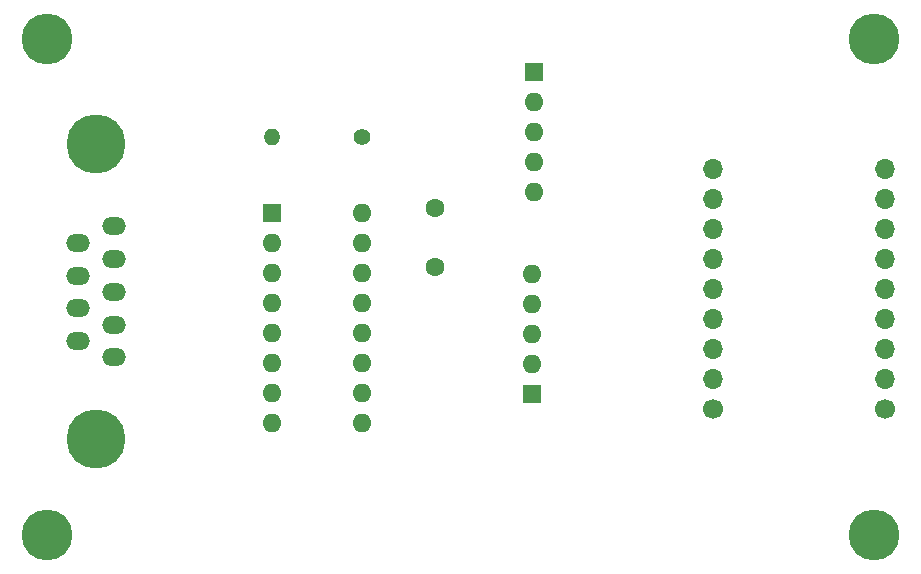
<source format=gts>
%TF.GenerationSoftware,KiCad,Pcbnew,5.1.9-73d0e3b20d~88~ubuntu20.10.1*%
%TF.CreationDate,2021-04-22T08:32:01+02:00*%
%TF.ProjectId,megadrivearcadestick,6d656761-6472-4697-9665-617263616465,v0.1*%
%TF.SameCoordinates,Original*%
%TF.FileFunction,Soldermask,Top*%
%TF.FilePolarity,Negative*%
%FSLAX46Y46*%
G04 Gerber Fmt 4.6, Leading zero omitted, Abs format (unit mm)*
G04 Created by KiCad (PCBNEW 5.1.9-73d0e3b20d~88~ubuntu20.10.1) date 2021-04-22 08:32:01*
%MOMM*%
%LPD*%
G01*
G04 APERTURE LIST*
%ADD10C,4.300000*%
%ADD11R,1.600000X1.600000*%
%ADD12O,1.600000X1.600000*%
%ADD13C,1.600000*%
%ADD14C,1.700000*%
%ADD15O,1.700000X1.700000*%
%ADD16C,5.001260*%
%ADD17O,1.998980X1.501140*%
%ADD18C,1.400000*%
%ADD19O,1.400000X1.400000*%
G04 APERTURE END LIST*
D10*
%TO.C,REF\u002A\u002A*%
X105000000Y-69000000D03*
%TD*%
%TO.C,REF\u002A\u002A*%
X175000000Y-69000000D03*
%TD*%
%TO.C,REF\u002A\u002A*%
X105000000Y-111000000D03*
%TD*%
%TO.C,REF\u002A\u002A*%
X175000000Y-111000000D03*
%TD*%
D11*
%TO.C,U1*%
X124028200Y-83718400D03*
D12*
X131648200Y-101498400D03*
X124028200Y-86258400D03*
X131648200Y-98958400D03*
X124028200Y-88798400D03*
X131648200Y-96418400D03*
X124028200Y-91338400D03*
X131648200Y-93878400D03*
X124028200Y-93878400D03*
X131648200Y-91338400D03*
X124028200Y-96418400D03*
X131648200Y-88798400D03*
X124028200Y-98958400D03*
X131648200Y-86258400D03*
X124028200Y-101498400D03*
X131648200Y-83718400D03*
%TD*%
D13*
%TO.C,C1*%
X137820400Y-83286600D03*
X137820400Y-88286600D03*
%TD*%
D14*
%TO.C,J1*%
X175951400Y-100304600D03*
D15*
X175951400Y-97764600D03*
X175951400Y-95224600D03*
X175951400Y-92684600D03*
X175951400Y-90144600D03*
X175951400Y-87604600D03*
X175951400Y-85064600D03*
X175951400Y-82524600D03*
X175951400Y-79984600D03*
%TD*%
%TO.C,J2*%
X161340800Y-79984600D03*
X161340800Y-82524600D03*
X161340800Y-85064600D03*
X161340800Y-87604600D03*
X161340800Y-90144600D03*
X161340800Y-92684600D03*
X161340800Y-95224600D03*
X161340800Y-97764600D03*
D14*
X161340800Y-100304600D03*
%TD*%
D11*
%TO.C,RN1*%
X145999200Y-99034600D03*
D12*
X145999200Y-96494600D03*
X145999200Y-93954600D03*
X145999200Y-91414600D03*
X145999200Y-88874600D03*
%TD*%
%TO.C,RN2*%
X146202400Y-81940400D03*
X146202400Y-79400400D03*
X146202400Y-76860400D03*
X146202400Y-74320400D03*
D11*
X146202400Y-71780400D03*
%TD*%
D16*
%TO.C,J3*%
X109118400Y-102918260D03*
D17*
X110637320Y-90424000D03*
X110637320Y-93195140D03*
X110637320Y-95963740D03*
X110637320Y-87652860D03*
X110637320Y-84884260D03*
X107599480Y-86268560D03*
X107599480Y-89039700D03*
X107599480Y-91808300D03*
X107599480Y-94579440D03*
D16*
X109118400Y-77929740D03*
%TD*%
D18*
%TO.C,R1*%
X131648200Y-77266800D03*
D19*
X124028200Y-77266800D03*
%TD*%
M02*

</source>
